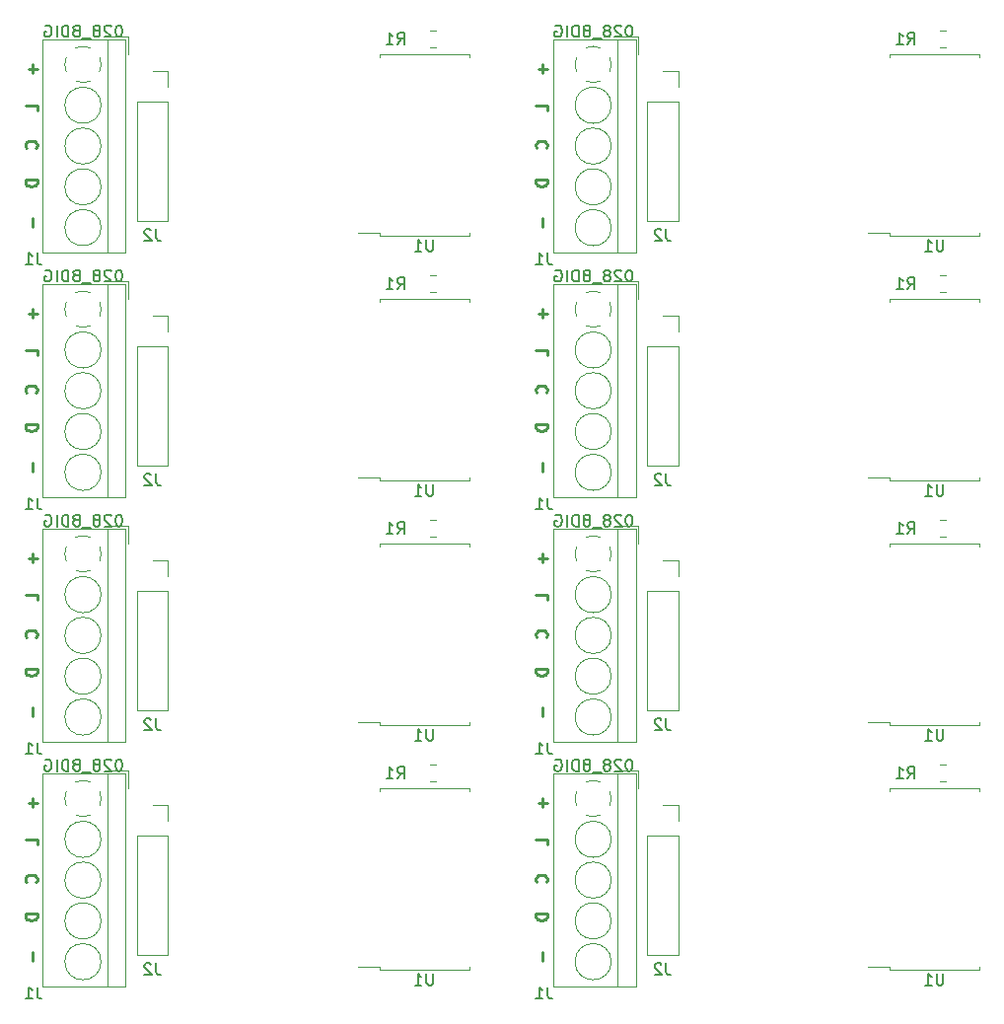
<source format=gbr>
G04 #@! TF.GenerationSoftware,KiCad,Pcbnew,5.1.5+dfsg1-2build2*
G04 #@! TF.CreationDate,2021-11-16T18:46:50-05:00*
G04 #@! TF.ProjectId,,58585858-5858-4585-9858-585858585858,rev?*
G04 #@! TF.SameCoordinates,Original*
G04 #@! TF.FileFunction,Legend,Bot*
G04 #@! TF.FilePolarity,Positive*
%FSLAX46Y46*%
G04 Gerber Fmt 4.6, Leading zero omitted, Abs format (unit mm)*
G04 Created by KiCad (PCBNEW 5.1.5+dfsg1-2build2) date 2021-11-16 18:46:50*
%MOMM*%
%LPD*%
G04 APERTURE LIST*
%ADD10C,0.150000*%
%ADD11C,0.250000*%
%ADD12C,0.120000*%
G04 APERTURE END LIST*
D10*
X157982138Y-109480480D02*
X157886900Y-109480480D01*
X157791661Y-109528100D01*
X157744042Y-109575719D01*
X157696423Y-109670957D01*
X157648804Y-109861433D01*
X157648804Y-110099528D01*
X157696423Y-110290004D01*
X157744042Y-110385242D01*
X157791661Y-110432861D01*
X157886900Y-110480480D01*
X157982138Y-110480480D01*
X158077376Y-110432861D01*
X158124995Y-110385242D01*
X158172614Y-110290004D01*
X158220233Y-110099528D01*
X158220233Y-109861433D01*
X158172614Y-109670957D01*
X158124995Y-109575719D01*
X158077376Y-109528100D01*
X157982138Y-109480480D01*
X157267852Y-109575719D02*
X157220233Y-109528100D01*
X157124995Y-109480480D01*
X156886900Y-109480480D01*
X156791661Y-109528100D01*
X156744042Y-109575719D01*
X156696423Y-109670957D01*
X156696423Y-109766195D01*
X156744042Y-109909052D01*
X157315471Y-110480480D01*
X156696423Y-110480480D01*
X156124995Y-109909052D02*
X156220233Y-109861433D01*
X156267852Y-109813814D01*
X156315471Y-109718576D01*
X156315471Y-109670957D01*
X156267852Y-109575719D01*
X156220233Y-109528100D01*
X156124995Y-109480480D01*
X155934519Y-109480480D01*
X155839280Y-109528100D01*
X155791661Y-109575719D01*
X155744042Y-109670957D01*
X155744042Y-109718576D01*
X155791661Y-109813814D01*
X155839280Y-109861433D01*
X155934519Y-109909052D01*
X156124995Y-109909052D01*
X156220233Y-109956671D01*
X156267852Y-110004290D01*
X156315471Y-110099528D01*
X156315471Y-110290004D01*
X156267852Y-110385242D01*
X156220233Y-110432861D01*
X156124995Y-110480480D01*
X155934519Y-110480480D01*
X155839280Y-110432861D01*
X155791661Y-110385242D01*
X155744042Y-110290004D01*
X155744042Y-110099528D01*
X155791661Y-110004290D01*
X155839280Y-109956671D01*
X155934519Y-109909052D01*
X155553566Y-110575719D02*
X154791661Y-110575719D01*
X154410709Y-109909052D02*
X154505947Y-109861433D01*
X154553566Y-109813814D01*
X154601185Y-109718576D01*
X154601185Y-109670957D01*
X154553566Y-109575719D01*
X154505947Y-109528100D01*
X154410709Y-109480480D01*
X154220233Y-109480480D01*
X154124995Y-109528100D01*
X154077376Y-109575719D01*
X154029757Y-109670957D01*
X154029757Y-109718576D01*
X154077376Y-109813814D01*
X154124995Y-109861433D01*
X154220233Y-109909052D01*
X154410709Y-109909052D01*
X154505947Y-109956671D01*
X154553566Y-110004290D01*
X154601185Y-110099528D01*
X154601185Y-110290004D01*
X154553566Y-110385242D01*
X154505947Y-110432861D01*
X154410709Y-110480480D01*
X154220233Y-110480480D01*
X154124995Y-110432861D01*
X154077376Y-110385242D01*
X154029757Y-110290004D01*
X154029757Y-110099528D01*
X154077376Y-110004290D01*
X154124995Y-109956671D01*
X154220233Y-109909052D01*
X153601185Y-110480480D02*
X153601185Y-109480480D01*
X153363090Y-109480480D01*
X153220233Y-109528100D01*
X153124995Y-109623338D01*
X153077376Y-109718576D01*
X153029757Y-109909052D01*
X153029757Y-110051909D01*
X153077376Y-110242385D01*
X153124995Y-110337623D01*
X153220233Y-110432861D01*
X153363090Y-110480480D01*
X153601185Y-110480480D01*
X152601185Y-110480480D02*
X152601185Y-109480480D01*
X151601185Y-109528100D02*
X151696423Y-109480480D01*
X151839280Y-109480480D01*
X151982138Y-109528100D01*
X152077376Y-109623338D01*
X152124995Y-109718576D01*
X152172614Y-109909052D01*
X152172614Y-110051909D01*
X152124995Y-110242385D01*
X152077376Y-110337623D01*
X151982138Y-110432861D01*
X151839280Y-110480480D01*
X151744042Y-110480480D01*
X151601185Y-110432861D01*
X151553566Y-110385242D01*
X151553566Y-110051909D01*
X151744042Y-110051909D01*
X114182138Y-109480480D02*
X114086900Y-109480480D01*
X113991661Y-109528100D01*
X113944042Y-109575719D01*
X113896423Y-109670957D01*
X113848804Y-109861433D01*
X113848804Y-110099528D01*
X113896423Y-110290004D01*
X113944042Y-110385242D01*
X113991661Y-110432861D01*
X114086900Y-110480480D01*
X114182138Y-110480480D01*
X114277376Y-110432861D01*
X114324995Y-110385242D01*
X114372614Y-110290004D01*
X114420233Y-110099528D01*
X114420233Y-109861433D01*
X114372614Y-109670957D01*
X114324995Y-109575719D01*
X114277376Y-109528100D01*
X114182138Y-109480480D01*
X113467852Y-109575719D02*
X113420233Y-109528100D01*
X113324995Y-109480480D01*
X113086900Y-109480480D01*
X112991661Y-109528100D01*
X112944042Y-109575719D01*
X112896423Y-109670957D01*
X112896423Y-109766195D01*
X112944042Y-109909052D01*
X113515471Y-110480480D01*
X112896423Y-110480480D01*
X112324995Y-109909052D02*
X112420233Y-109861433D01*
X112467852Y-109813814D01*
X112515471Y-109718576D01*
X112515471Y-109670957D01*
X112467852Y-109575719D01*
X112420233Y-109528100D01*
X112324995Y-109480480D01*
X112134519Y-109480480D01*
X112039280Y-109528100D01*
X111991661Y-109575719D01*
X111944042Y-109670957D01*
X111944042Y-109718576D01*
X111991661Y-109813814D01*
X112039280Y-109861433D01*
X112134519Y-109909052D01*
X112324995Y-109909052D01*
X112420233Y-109956671D01*
X112467852Y-110004290D01*
X112515471Y-110099528D01*
X112515471Y-110290004D01*
X112467852Y-110385242D01*
X112420233Y-110432861D01*
X112324995Y-110480480D01*
X112134519Y-110480480D01*
X112039280Y-110432861D01*
X111991661Y-110385242D01*
X111944042Y-110290004D01*
X111944042Y-110099528D01*
X111991661Y-110004290D01*
X112039280Y-109956671D01*
X112134519Y-109909052D01*
X111753566Y-110575719D02*
X110991661Y-110575719D01*
X110610709Y-109909052D02*
X110705947Y-109861433D01*
X110753566Y-109813814D01*
X110801185Y-109718576D01*
X110801185Y-109670957D01*
X110753566Y-109575719D01*
X110705947Y-109528100D01*
X110610709Y-109480480D01*
X110420233Y-109480480D01*
X110324995Y-109528100D01*
X110277376Y-109575719D01*
X110229757Y-109670957D01*
X110229757Y-109718576D01*
X110277376Y-109813814D01*
X110324995Y-109861433D01*
X110420233Y-109909052D01*
X110610709Y-109909052D01*
X110705947Y-109956671D01*
X110753566Y-110004290D01*
X110801185Y-110099528D01*
X110801185Y-110290004D01*
X110753566Y-110385242D01*
X110705947Y-110432861D01*
X110610709Y-110480480D01*
X110420233Y-110480480D01*
X110324995Y-110432861D01*
X110277376Y-110385242D01*
X110229757Y-110290004D01*
X110229757Y-110099528D01*
X110277376Y-110004290D01*
X110324995Y-109956671D01*
X110420233Y-109909052D01*
X109801185Y-110480480D02*
X109801185Y-109480480D01*
X109563090Y-109480480D01*
X109420233Y-109528100D01*
X109324995Y-109623338D01*
X109277376Y-109718576D01*
X109229757Y-109909052D01*
X109229757Y-110051909D01*
X109277376Y-110242385D01*
X109324995Y-110337623D01*
X109420233Y-110432861D01*
X109563090Y-110480480D01*
X109801185Y-110480480D01*
X108801185Y-110480480D02*
X108801185Y-109480480D01*
X107801185Y-109528100D02*
X107896423Y-109480480D01*
X108039280Y-109480480D01*
X108182138Y-109528100D01*
X108277376Y-109623338D01*
X108324995Y-109718576D01*
X108372614Y-109909052D01*
X108372614Y-110051909D01*
X108324995Y-110242385D01*
X108277376Y-110337623D01*
X108182138Y-110432861D01*
X108039280Y-110480480D01*
X107944042Y-110480480D01*
X107801185Y-110432861D01*
X107753566Y-110385242D01*
X107753566Y-110051909D01*
X107944042Y-110051909D01*
X157982138Y-88480480D02*
X157886900Y-88480480D01*
X157791661Y-88528100D01*
X157744042Y-88575719D01*
X157696423Y-88670957D01*
X157648804Y-88861433D01*
X157648804Y-89099528D01*
X157696423Y-89290004D01*
X157744042Y-89385242D01*
X157791661Y-89432861D01*
X157886900Y-89480480D01*
X157982138Y-89480480D01*
X158077376Y-89432861D01*
X158124995Y-89385242D01*
X158172614Y-89290004D01*
X158220233Y-89099528D01*
X158220233Y-88861433D01*
X158172614Y-88670957D01*
X158124995Y-88575719D01*
X158077376Y-88528100D01*
X157982138Y-88480480D01*
X157267852Y-88575719D02*
X157220233Y-88528100D01*
X157124995Y-88480480D01*
X156886900Y-88480480D01*
X156791661Y-88528100D01*
X156744042Y-88575719D01*
X156696423Y-88670957D01*
X156696423Y-88766195D01*
X156744042Y-88909052D01*
X157315471Y-89480480D01*
X156696423Y-89480480D01*
X156124995Y-88909052D02*
X156220233Y-88861433D01*
X156267852Y-88813814D01*
X156315471Y-88718576D01*
X156315471Y-88670957D01*
X156267852Y-88575719D01*
X156220233Y-88528100D01*
X156124995Y-88480480D01*
X155934519Y-88480480D01*
X155839280Y-88528100D01*
X155791661Y-88575719D01*
X155744042Y-88670957D01*
X155744042Y-88718576D01*
X155791661Y-88813814D01*
X155839280Y-88861433D01*
X155934519Y-88909052D01*
X156124995Y-88909052D01*
X156220233Y-88956671D01*
X156267852Y-89004290D01*
X156315471Y-89099528D01*
X156315471Y-89290004D01*
X156267852Y-89385242D01*
X156220233Y-89432861D01*
X156124995Y-89480480D01*
X155934519Y-89480480D01*
X155839280Y-89432861D01*
X155791661Y-89385242D01*
X155744042Y-89290004D01*
X155744042Y-89099528D01*
X155791661Y-89004290D01*
X155839280Y-88956671D01*
X155934519Y-88909052D01*
X155553566Y-89575719D02*
X154791661Y-89575719D01*
X154410709Y-88909052D02*
X154505947Y-88861433D01*
X154553566Y-88813814D01*
X154601185Y-88718576D01*
X154601185Y-88670957D01*
X154553566Y-88575719D01*
X154505947Y-88528100D01*
X154410709Y-88480480D01*
X154220233Y-88480480D01*
X154124995Y-88528100D01*
X154077376Y-88575719D01*
X154029757Y-88670957D01*
X154029757Y-88718576D01*
X154077376Y-88813814D01*
X154124995Y-88861433D01*
X154220233Y-88909052D01*
X154410709Y-88909052D01*
X154505947Y-88956671D01*
X154553566Y-89004290D01*
X154601185Y-89099528D01*
X154601185Y-89290004D01*
X154553566Y-89385242D01*
X154505947Y-89432861D01*
X154410709Y-89480480D01*
X154220233Y-89480480D01*
X154124995Y-89432861D01*
X154077376Y-89385242D01*
X154029757Y-89290004D01*
X154029757Y-89099528D01*
X154077376Y-89004290D01*
X154124995Y-88956671D01*
X154220233Y-88909052D01*
X153601185Y-89480480D02*
X153601185Y-88480480D01*
X153363090Y-88480480D01*
X153220233Y-88528100D01*
X153124995Y-88623338D01*
X153077376Y-88718576D01*
X153029757Y-88909052D01*
X153029757Y-89051909D01*
X153077376Y-89242385D01*
X153124995Y-89337623D01*
X153220233Y-89432861D01*
X153363090Y-89480480D01*
X153601185Y-89480480D01*
X152601185Y-89480480D02*
X152601185Y-88480480D01*
X151601185Y-88528100D02*
X151696423Y-88480480D01*
X151839280Y-88480480D01*
X151982138Y-88528100D01*
X152077376Y-88623338D01*
X152124995Y-88718576D01*
X152172614Y-88909052D01*
X152172614Y-89051909D01*
X152124995Y-89242385D01*
X152077376Y-89337623D01*
X151982138Y-89432861D01*
X151839280Y-89480480D01*
X151744042Y-89480480D01*
X151601185Y-89432861D01*
X151553566Y-89385242D01*
X151553566Y-89051909D01*
X151744042Y-89051909D01*
X114182138Y-88480480D02*
X114086900Y-88480480D01*
X113991661Y-88528100D01*
X113944042Y-88575719D01*
X113896423Y-88670957D01*
X113848804Y-88861433D01*
X113848804Y-89099528D01*
X113896423Y-89290004D01*
X113944042Y-89385242D01*
X113991661Y-89432861D01*
X114086900Y-89480480D01*
X114182138Y-89480480D01*
X114277376Y-89432861D01*
X114324995Y-89385242D01*
X114372614Y-89290004D01*
X114420233Y-89099528D01*
X114420233Y-88861433D01*
X114372614Y-88670957D01*
X114324995Y-88575719D01*
X114277376Y-88528100D01*
X114182138Y-88480480D01*
X113467852Y-88575719D02*
X113420233Y-88528100D01*
X113324995Y-88480480D01*
X113086900Y-88480480D01*
X112991661Y-88528100D01*
X112944042Y-88575719D01*
X112896423Y-88670957D01*
X112896423Y-88766195D01*
X112944042Y-88909052D01*
X113515471Y-89480480D01*
X112896423Y-89480480D01*
X112324995Y-88909052D02*
X112420233Y-88861433D01*
X112467852Y-88813814D01*
X112515471Y-88718576D01*
X112515471Y-88670957D01*
X112467852Y-88575719D01*
X112420233Y-88528100D01*
X112324995Y-88480480D01*
X112134519Y-88480480D01*
X112039280Y-88528100D01*
X111991661Y-88575719D01*
X111944042Y-88670957D01*
X111944042Y-88718576D01*
X111991661Y-88813814D01*
X112039280Y-88861433D01*
X112134519Y-88909052D01*
X112324995Y-88909052D01*
X112420233Y-88956671D01*
X112467852Y-89004290D01*
X112515471Y-89099528D01*
X112515471Y-89290004D01*
X112467852Y-89385242D01*
X112420233Y-89432861D01*
X112324995Y-89480480D01*
X112134519Y-89480480D01*
X112039280Y-89432861D01*
X111991661Y-89385242D01*
X111944042Y-89290004D01*
X111944042Y-89099528D01*
X111991661Y-89004290D01*
X112039280Y-88956671D01*
X112134519Y-88909052D01*
X111753566Y-89575719D02*
X110991661Y-89575719D01*
X110610709Y-88909052D02*
X110705947Y-88861433D01*
X110753566Y-88813814D01*
X110801185Y-88718576D01*
X110801185Y-88670957D01*
X110753566Y-88575719D01*
X110705947Y-88528100D01*
X110610709Y-88480480D01*
X110420233Y-88480480D01*
X110324995Y-88528100D01*
X110277376Y-88575719D01*
X110229757Y-88670957D01*
X110229757Y-88718576D01*
X110277376Y-88813814D01*
X110324995Y-88861433D01*
X110420233Y-88909052D01*
X110610709Y-88909052D01*
X110705947Y-88956671D01*
X110753566Y-89004290D01*
X110801185Y-89099528D01*
X110801185Y-89290004D01*
X110753566Y-89385242D01*
X110705947Y-89432861D01*
X110610709Y-89480480D01*
X110420233Y-89480480D01*
X110324995Y-89432861D01*
X110277376Y-89385242D01*
X110229757Y-89290004D01*
X110229757Y-89099528D01*
X110277376Y-89004290D01*
X110324995Y-88956671D01*
X110420233Y-88909052D01*
X109801185Y-89480480D02*
X109801185Y-88480480D01*
X109563090Y-88480480D01*
X109420233Y-88528100D01*
X109324995Y-88623338D01*
X109277376Y-88718576D01*
X109229757Y-88909052D01*
X109229757Y-89051909D01*
X109277376Y-89242385D01*
X109324995Y-89337623D01*
X109420233Y-89432861D01*
X109563090Y-89480480D01*
X109801185Y-89480480D01*
X108801185Y-89480480D02*
X108801185Y-88480480D01*
X107801185Y-88528100D02*
X107896423Y-88480480D01*
X108039280Y-88480480D01*
X108182138Y-88528100D01*
X108277376Y-88623338D01*
X108324995Y-88718576D01*
X108372614Y-88909052D01*
X108372614Y-89051909D01*
X108324995Y-89242385D01*
X108277376Y-89337623D01*
X108182138Y-89432861D01*
X108039280Y-89480480D01*
X107944042Y-89480480D01*
X107801185Y-89432861D01*
X107753566Y-89385242D01*
X107753566Y-89051909D01*
X107944042Y-89051909D01*
X157982138Y-67480480D02*
X157886900Y-67480480D01*
X157791661Y-67528100D01*
X157744042Y-67575719D01*
X157696423Y-67670957D01*
X157648804Y-67861433D01*
X157648804Y-68099528D01*
X157696423Y-68290004D01*
X157744042Y-68385242D01*
X157791661Y-68432861D01*
X157886900Y-68480480D01*
X157982138Y-68480480D01*
X158077376Y-68432861D01*
X158124995Y-68385242D01*
X158172614Y-68290004D01*
X158220233Y-68099528D01*
X158220233Y-67861433D01*
X158172614Y-67670957D01*
X158124995Y-67575719D01*
X158077376Y-67528100D01*
X157982138Y-67480480D01*
X157267852Y-67575719D02*
X157220233Y-67528100D01*
X157124995Y-67480480D01*
X156886900Y-67480480D01*
X156791661Y-67528100D01*
X156744042Y-67575719D01*
X156696423Y-67670957D01*
X156696423Y-67766195D01*
X156744042Y-67909052D01*
X157315471Y-68480480D01*
X156696423Y-68480480D01*
X156124995Y-67909052D02*
X156220233Y-67861433D01*
X156267852Y-67813814D01*
X156315471Y-67718576D01*
X156315471Y-67670957D01*
X156267852Y-67575719D01*
X156220233Y-67528100D01*
X156124995Y-67480480D01*
X155934519Y-67480480D01*
X155839280Y-67528100D01*
X155791661Y-67575719D01*
X155744042Y-67670957D01*
X155744042Y-67718576D01*
X155791661Y-67813814D01*
X155839280Y-67861433D01*
X155934519Y-67909052D01*
X156124995Y-67909052D01*
X156220233Y-67956671D01*
X156267852Y-68004290D01*
X156315471Y-68099528D01*
X156315471Y-68290004D01*
X156267852Y-68385242D01*
X156220233Y-68432861D01*
X156124995Y-68480480D01*
X155934519Y-68480480D01*
X155839280Y-68432861D01*
X155791661Y-68385242D01*
X155744042Y-68290004D01*
X155744042Y-68099528D01*
X155791661Y-68004290D01*
X155839280Y-67956671D01*
X155934519Y-67909052D01*
X155553566Y-68575719D02*
X154791661Y-68575719D01*
X154410709Y-67909052D02*
X154505947Y-67861433D01*
X154553566Y-67813814D01*
X154601185Y-67718576D01*
X154601185Y-67670957D01*
X154553566Y-67575719D01*
X154505947Y-67528100D01*
X154410709Y-67480480D01*
X154220233Y-67480480D01*
X154124995Y-67528100D01*
X154077376Y-67575719D01*
X154029757Y-67670957D01*
X154029757Y-67718576D01*
X154077376Y-67813814D01*
X154124995Y-67861433D01*
X154220233Y-67909052D01*
X154410709Y-67909052D01*
X154505947Y-67956671D01*
X154553566Y-68004290D01*
X154601185Y-68099528D01*
X154601185Y-68290004D01*
X154553566Y-68385242D01*
X154505947Y-68432861D01*
X154410709Y-68480480D01*
X154220233Y-68480480D01*
X154124995Y-68432861D01*
X154077376Y-68385242D01*
X154029757Y-68290004D01*
X154029757Y-68099528D01*
X154077376Y-68004290D01*
X154124995Y-67956671D01*
X154220233Y-67909052D01*
X153601185Y-68480480D02*
X153601185Y-67480480D01*
X153363090Y-67480480D01*
X153220233Y-67528100D01*
X153124995Y-67623338D01*
X153077376Y-67718576D01*
X153029757Y-67909052D01*
X153029757Y-68051909D01*
X153077376Y-68242385D01*
X153124995Y-68337623D01*
X153220233Y-68432861D01*
X153363090Y-68480480D01*
X153601185Y-68480480D01*
X152601185Y-68480480D02*
X152601185Y-67480480D01*
X151601185Y-67528100D02*
X151696423Y-67480480D01*
X151839280Y-67480480D01*
X151982138Y-67528100D01*
X152077376Y-67623338D01*
X152124995Y-67718576D01*
X152172614Y-67909052D01*
X152172614Y-68051909D01*
X152124995Y-68242385D01*
X152077376Y-68337623D01*
X151982138Y-68432861D01*
X151839280Y-68480480D01*
X151744042Y-68480480D01*
X151601185Y-68432861D01*
X151553566Y-68385242D01*
X151553566Y-68051909D01*
X151744042Y-68051909D01*
X114182138Y-67480480D02*
X114086900Y-67480480D01*
X113991661Y-67528100D01*
X113944042Y-67575719D01*
X113896423Y-67670957D01*
X113848804Y-67861433D01*
X113848804Y-68099528D01*
X113896423Y-68290004D01*
X113944042Y-68385242D01*
X113991661Y-68432861D01*
X114086900Y-68480480D01*
X114182138Y-68480480D01*
X114277376Y-68432861D01*
X114324995Y-68385242D01*
X114372614Y-68290004D01*
X114420233Y-68099528D01*
X114420233Y-67861433D01*
X114372614Y-67670957D01*
X114324995Y-67575719D01*
X114277376Y-67528100D01*
X114182138Y-67480480D01*
X113467852Y-67575719D02*
X113420233Y-67528100D01*
X113324995Y-67480480D01*
X113086900Y-67480480D01*
X112991661Y-67528100D01*
X112944042Y-67575719D01*
X112896423Y-67670957D01*
X112896423Y-67766195D01*
X112944042Y-67909052D01*
X113515471Y-68480480D01*
X112896423Y-68480480D01*
X112324995Y-67909052D02*
X112420233Y-67861433D01*
X112467852Y-67813814D01*
X112515471Y-67718576D01*
X112515471Y-67670957D01*
X112467852Y-67575719D01*
X112420233Y-67528100D01*
X112324995Y-67480480D01*
X112134519Y-67480480D01*
X112039280Y-67528100D01*
X111991661Y-67575719D01*
X111944042Y-67670957D01*
X111944042Y-67718576D01*
X111991661Y-67813814D01*
X112039280Y-67861433D01*
X112134519Y-67909052D01*
X112324995Y-67909052D01*
X112420233Y-67956671D01*
X112467852Y-68004290D01*
X112515471Y-68099528D01*
X112515471Y-68290004D01*
X112467852Y-68385242D01*
X112420233Y-68432861D01*
X112324995Y-68480480D01*
X112134519Y-68480480D01*
X112039280Y-68432861D01*
X111991661Y-68385242D01*
X111944042Y-68290004D01*
X111944042Y-68099528D01*
X111991661Y-68004290D01*
X112039280Y-67956671D01*
X112134519Y-67909052D01*
X111753566Y-68575719D02*
X110991661Y-68575719D01*
X110610709Y-67909052D02*
X110705947Y-67861433D01*
X110753566Y-67813814D01*
X110801185Y-67718576D01*
X110801185Y-67670957D01*
X110753566Y-67575719D01*
X110705947Y-67528100D01*
X110610709Y-67480480D01*
X110420233Y-67480480D01*
X110324995Y-67528100D01*
X110277376Y-67575719D01*
X110229757Y-67670957D01*
X110229757Y-67718576D01*
X110277376Y-67813814D01*
X110324995Y-67861433D01*
X110420233Y-67909052D01*
X110610709Y-67909052D01*
X110705947Y-67956671D01*
X110753566Y-68004290D01*
X110801185Y-68099528D01*
X110801185Y-68290004D01*
X110753566Y-68385242D01*
X110705947Y-68432861D01*
X110610709Y-68480480D01*
X110420233Y-68480480D01*
X110324995Y-68432861D01*
X110277376Y-68385242D01*
X110229757Y-68290004D01*
X110229757Y-68099528D01*
X110277376Y-68004290D01*
X110324995Y-67956671D01*
X110420233Y-67909052D01*
X109801185Y-68480480D02*
X109801185Y-67480480D01*
X109563090Y-67480480D01*
X109420233Y-67528100D01*
X109324995Y-67623338D01*
X109277376Y-67718576D01*
X109229757Y-67909052D01*
X109229757Y-68051909D01*
X109277376Y-68242385D01*
X109324995Y-68337623D01*
X109420233Y-68432861D01*
X109563090Y-68480480D01*
X109801185Y-68480480D01*
X108801185Y-68480480D02*
X108801185Y-67480480D01*
X107801185Y-67528100D02*
X107896423Y-67480480D01*
X108039280Y-67480480D01*
X108182138Y-67528100D01*
X108277376Y-67623338D01*
X108324995Y-67718576D01*
X108372614Y-67909052D01*
X108372614Y-68051909D01*
X108324995Y-68242385D01*
X108277376Y-68337623D01*
X108182138Y-68432861D01*
X108039280Y-68480480D01*
X107944042Y-68480480D01*
X107801185Y-68432861D01*
X107753566Y-68385242D01*
X107753566Y-68051909D01*
X107944042Y-68051909D01*
X157982138Y-46480480D02*
X157886900Y-46480480D01*
X157791661Y-46528100D01*
X157744042Y-46575719D01*
X157696423Y-46670957D01*
X157648804Y-46861433D01*
X157648804Y-47099528D01*
X157696423Y-47290004D01*
X157744042Y-47385242D01*
X157791661Y-47432861D01*
X157886900Y-47480480D01*
X157982138Y-47480480D01*
X158077376Y-47432861D01*
X158124995Y-47385242D01*
X158172614Y-47290004D01*
X158220233Y-47099528D01*
X158220233Y-46861433D01*
X158172614Y-46670957D01*
X158124995Y-46575719D01*
X158077376Y-46528100D01*
X157982138Y-46480480D01*
X157267852Y-46575719D02*
X157220233Y-46528100D01*
X157124995Y-46480480D01*
X156886900Y-46480480D01*
X156791661Y-46528100D01*
X156744042Y-46575719D01*
X156696423Y-46670957D01*
X156696423Y-46766195D01*
X156744042Y-46909052D01*
X157315471Y-47480480D01*
X156696423Y-47480480D01*
X156124995Y-46909052D02*
X156220233Y-46861433D01*
X156267852Y-46813814D01*
X156315471Y-46718576D01*
X156315471Y-46670957D01*
X156267852Y-46575719D01*
X156220233Y-46528100D01*
X156124995Y-46480480D01*
X155934519Y-46480480D01*
X155839280Y-46528100D01*
X155791661Y-46575719D01*
X155744042Y-46670957D01*
X155744042Y-46718576D01*
X155791661Y-46813814D01*
X155839280Y-46861433D01*
X155934519Y-46909052D01*
X156124995Y-46909052D01*
X156220233Y-46956671D01*
X156267852Y-47004290D01*
X156315471Y-47099528D01*
X156315471Y-47290004D01*
X156267852Y-47385242D01*
X156220233Y-47432861D01*
X156124995Y-47480480D01*
X155934519Y-47480480D01*
X155839280Y-47432861D01*
X155791661Y-47385242D01*
X155744042Y-47290004D01*
X155744042Y-47099528D01*
X155791661Y-47004290D01*
X155839280Y-46956671D01*
X155934519Y-46909052D01*
X155553566Y-47575719D02*
X154791661Y-47575719D01*
X154410709Y-46909052D02*
X154505947Y-46861433D01*
X154553566Y-46813814D01*
X154601185Y-46718576D01*
X154601185Y-46670957D01*
X154553566Y-46575719D01*
X154505947Y-46528100D01*
X154410709Y-46480480D01*
X154220233Y-46480480D01*
X154124995Y-46528100D01*
X154077376Y-46575719D01*
X154029757Y-46670957D01*
X154029757Y-46718576D01*
X154077376Y-46813814D01*
X154124995Y-46861433D01*
X154220233Y-46909052D01*
X154410709Y-46909052D01*
X154505947Y-46956671D01*
X154553566Y-47004290D01*
X154601185Y-47099528D01*
X154601185Y-47290004D01*
X154553566Y-47385242D01*
X154505947Y-47432861D01*
X154410709Y-47480480D01*
X154220233Y-47480480D01*
X154124995Y-47432861D01*
X154077376Y-47385242D01*
X154029757Y-47290004D01*
X154029757Y-47099528D01*
X154077376Y-47004290D01*
X154124995Y-46956671D01*
X154220233Y-46909052D01*
X153601185Y-47480480D02*
X153601185Y-46480480D01*
X153363090Y-46480480D01*
X153220233Y-46528100D01*
X153124995Y-46623338D01*
X153077376Y-46718576D01*
X153029757Y-46909052D01*
X153029757Y-47051909D01*
X153077376Y-47242385D01*
X153124995Y-47337623D01*
X153220233Y-47432861D01*
X153363090Y-47480480D01*
X153601185Y-47480480D01*
X152601185Y-47480480D02*
X152601185Y-46480480D01*
X151601185Y-46528100D02*
X151696423Y-46480480D01*
X151839280Y-46480480D01*
X151982138Y-46528100D01*
X152077376Y-46623338D01*
X152124995Y-46718576D01*
X152172614Y-46909052D01*
X152172614Y-47051909D01*
X152124995Y-47242385D01*
X152077376Y-47337623D01*
X151982138Y-47432861D01*
X151839280Y-47480480D01*
X151744042Y-47480480D01*
X151601185Y-47432861D01*
X151553566Y-47385242D01*
X151553566Y-47051909D01*
X151744042Y-47051909D01*
D11*
X150526028Y-112818209D02*
X150526028Y-113580114D01*
X150906980Y-113199161D02*
X150145076Y-113199161D01*
X150906980Y-116818209D02*
X150906980Y-116342019D01*
X149906980Y-116342019D01*
X150811742Y-120008685D02*
X150859361Y-119961066D01*
X150906980Y-119818209D01*
X150906980Y-119722971D01*
X150859361Y-119580114D01*
X150764123Y-119484876D01*
X150668885Y-119437257D01*
X150478409Y-119389638D01*
X150335552Y-119389638D01*
X150145076Y-119437257D01*
X150049838Y-119484876D01*
X149954600Y-119580114D01*
X149906980Y-119722971D01*
X149906980Y-119818209D01*
X149954600Y-119961066D01*
X150002219Y-120008685D01*
X150906980Y-122722971D02*
X149906980Y-122722971D01*
X149906980Y-122961066D01*
X149954600Y-123103923D01*
X150049838Y-123199161D01*
X150145076Y-123246780D01*
X150335552Y-123294399D01*
X150478409Y-123294399D01*
X150668885Y-123246780D01*
X150764123Y-123199161D01*
X150859361Y-123103923D01*
X150906980Y-122961066D01*
X150906980Y-122722971D01*
X150526028Y-126008685D02*
X150526028Y-126770590D01*
X106726028Y-112818209D02*
X106726028Y-113580114D01*
X107106980Y-113199161D02*
X106345076Y-113199161D01*
X107106980Y-116818209D02*
X107106980Y-116342019D01*
X106106980Y-116342019D01*
X107011742Y-120008685D02*
X107059361Y-119961066D01*
X107106980Y-119818209D01*
X107106980Y-119722971D01*
X107059361Y-119580114D01*
X106964123Y-119484876D01*
X106868885Y-119437257D01*
X106678409Y-119389638D01*
X106535552Y-119389638D01*
X106345076Y-119437257D01*
X106249838Y-119484876D01*
X106154600Y-119580114D01*
X106106980Y-119722971D01*
X106106980Y-119818209D01*
X106154600Y-119961066D01*
X106202219Y-120008685D01*
X107106980Y-122722971D02*
X106106980Y-122722971D01*
X106106980Y-122961066D01*
X106154600Y-123103923D01*
X106249838Y-123199161D01*
X106345076Y-123246780D01*
X106535552Y-123294400D01*
X106678409Y-123294400D01*
X106868885Y-123246780D01*
X106964123Y-123199161D01*
X107059361Y-123103923D01*
X107106980Y-122961066D01*
X107106980Y-122722971D01*
X106726028Y-126008685D02*
X106726028Y-126770590D01*
X150526028Y-91818209D02*
X150526028Y-92580114D01*
X150906980Y-92199161D02*
X150145076Y-92199161D01*
X150906980Y-95818209D02*
X150906980Y-95342019D01*
X149906980Y-95342019D01*
X150811742Y-99008685D02*
X150859361Y-98961066D01*
X150906980Y-98818209D01*
X150906980Y-98722971D01*
X150859361Y-98580114D01*
X150764123Y-98484876D01*
X150668885Y-98437257D01*
X150478409Y-98389638D01*
X150335552Y-98389638D01*
X150145076Y-98437257D01*
X150049838Y-98484876D01*
X149954600Y-98580114D01*
X149906980Y-98722971D01*
X149906980Y-98818209D01*
X149954600Y-98961066D01*
X150002219Y-99008685D01*
X150906980Y-101722971D02*
X149906980Y-101722971D01*
X149906980Y-101961066D01*
X149954600Y-102103923D01*
X150049838Y-102199161D01*
X150145076Y-102246780D01*
X150335552Y-102294399D01*
X150478409Y-102294399D01*
X150668885Y-102246780D01*
X150764123Y-102199161D01*
X150859361Y-102103923D01*
X150906980Y-101961066D01*
X150906980Y-101722971D01*
X150526028Y-105008685D02*
X150526028Y-105770590D01*
X106726028Y-91818209D02*
X106726028Y-92580114D01*
X107106980Y-92199161D02*
X106345076Y-92199161D01*
X107106980Y-95818209D02*
X107106980Y-95342019D01*
X106106980Y-95342019D01*
X107011742Y-99008685D02*
X107059361Y-98961066D01*
X107106980Y-98818209D01*
X107106980Y-98722971D01*
X107059361Y-98580114D01*
X106964123Y-98484876D01*
X106868885Y-98437257D01*
X106678409Y-98389638D01*
X106535552Y-98389638D01*
X106345076Y-98437257D01*
X106249838Y-98484876D01*
X106154600Y-98580114D01*
X106106980Y-98722971D01*
X106106980Y-98818209D01*
X106154600Y-98961066D01*
X106202219Y-99008685D01*
X107106980Y-101722971D02*
X106106980Y-101722971D01*
X106106980Y-101961066D01*
X106154600Y-102103923D01*
X106249838Y-102199161D01*
X106345076Y-102246780D01*
X106535552Y-102294400D01*
X106678409Y-102294400D01*
X106868885Y-102246780D01*
X106964123Y-102199161D01*
X107059361Y-102103923D01*
X107106980Y-101961066D01*
X107106980Y-101722971D01*
X106726028Y-105008685D02*
X106726028Y-105770590D01*
X150526028Y-70818209D02*
X150526028Y-71580114D01*
X150906980Y-71199161D02*
X150145076Y-71199161D01*
X150906980Y-74818209D02*
X150906980Y-74342019D01*
X149906980Y-74342019D01*
X150811742Y-78008685D02*
X150859361Y-77961066D01*
X150906980Y-77818209D01*
X150906980Y-77722971D01*
X150859361Y-77580114D01*
X150764123Y-77484876D01*
X150668885Y-77437257D01*
X150478409Y-77389638D01*
X150335552Y-77389638D01*
X150145076Y-77437257D01*
X150049838Y-77484876D01*
X149954600Y-77580114D01*
X149906980Y-77722971D01*
X149906980Y-77818209D01*
X149954600Y-77961066D01*
X150002219Y-78008685D01*
X150906980Y-80722971D02*
X149906980Y-80722971D01*
X149906980Y-80961066D01*
X149954600Y-81103923D01*
X150049838Y-81199161D01*
X150145076Y-81246780D01*
X150335552Y-81294399D01*
X150478409Y-81294399D01*
X150668885Y-81246780D01*
X150764123Y-81199161D01*
X150859361Y-81103923D01*
X150906980Y-80961066D01*
X150906980Y-80722971D01*
X150526028Y-84008685D02*
X150526028Y-84770590D01*
X106726028Y-70818209D02*
X106726028Y-71580114D01*
X107106980Y-71199161D02*
X106345076Y-71199161D01*
X107106980Y-74818209D02*
X107106980Y-74342019D01*
X106106980Y-74342019D01*
X107011742Y-78008685D02*
X107059361Y-77961066D01*
X107106980Y-77818209D01*
X107106980Y-77722971D01*
X107059361Y-77580114D01*
X106964123Y-77484876D01*
X106868885Y-77437257D01*
X106678409Y-77389638D01*
X106535552Y-77389638D01*
X106345076Y-77437257D01*
X106249838Y-77484876D01*
X106154600Y-77580114D01*
X106106980Y-77722971D01*
X106106980Y-77818209D01*
X106154600Y-77961066D01*
X106202219Y-78008685D01*
X107106980Y-80722971D02*
X106106980Y-80722971D01*
X106106980Y-80961066D01*
X106154600Y-81103923D01*
X106249838Y-81199161D01*
X106345076Y-81246780D01*
X106535552Y-81294400D01*
X106678409Y-81294400D01*
X106868885Y-81246780D01*
X106964123Y-81199161D01*
X107059361Y-81103923D01*
X107106980Y-80961066D01*
X107106980Y-80722971D01*
X106726028Y-84008685D02*
X106726028Y-84770590D01*
X150526028Y-49818209D02*
X150526028Y-50580114D01*
X150906980Y-50199161D02*
X150145076Y-50199161D01*
X150906980Y-53818209D02*
X150906980Y-53342019D01*
X149906980Y-53342019D01*
X150811742Y-57008685D02*
X150859361Y-56961066D01*
X150906980Y-56818209D01*
X150906980Y-56722971D01*
X150859361Y-56580114D01*
X150764123Y-56484876D01*
X150668885Y-56437257D01*
X150478409Y-56389638D01*
X150335552Y-56389638D01*
X150145076Y-56437257D01*
X150049838Y-56484876D01*
X149954600Y-56580114D01*
X149906980Y-56722971D01*
X149906980Y-56818209D01*
X149954600Y-56961066D01*
X150002219Y-57008685D01*
X150906980Y-59722971D02*
X149906980Y-59722971D01*
X149906980Y-59961066D01*
X149954600Y-60103923D01*
X150049838Y-60199161D01*
X150145076Y-60246780D01*
X150335552Y-60294399D01*
X150478409Y-60294399D01*
X150668885Y-60246780D01*
X150764123Y-60199161D01*
X150859361Y-60103923D01*
X150906980Y-59961066D01*
X150906980Y-59722971D01*
X150526028Y-63008685D02*
X150526028Y-63770590D01*
X106726028Y-49818209D02*
X106726028Y-50580114D01*
X107106980Y-50199161D02*
X106345076Y-50199161D01*
X107106980Y-53818209D02*
X107106980Y-53342019D01*
X106106980Y-53342019D01*
X107011742Y-57008685D02*
X107059361Y-56961066D01*
X107106980Y-56818209D01*
X107106980Y-56722971D01*
X107059361Y-56580114D01*
X106964123Y-56484876D01*
X106868885Y-56437257D01*
X106678409Y-56389638D01*
X106535552Y-56389638D01*
X106345076Y-56437257D01*
X106249838Y-56484876D01*
X106154600Y-56580114D01*
X106106980Y-56722971D01*
X106106980Y-56818209D01*
X106154600Y-56961066D01*
X106202219Y-57008685D01*
X107106980Y-59722971D02*
X106106980Y-59722971D01*
X106106980Y-59961066D01*
X106154600Y-60103923D01*
X106249838Y-60199161D01*
X106345076Y-60246780D01*
X106535552Y-60294400D01*
X106678409Y-60294400D01*
X106868885Y-60246780D01*
X106964123Y-60199161D01*
X107059361Y-60103923D01*
X107106980Y-59961066D01*
X107106980Y-59722971D01*
X106726028Y-63008685D02*
X106726028Y-63770590D01*
D10*
X114182138Y-46480480D02*
X114086900Y-46480480D01*
X113991661Y-46528100D01*
X113944042Y-46575719D01*
X113896423Y-46670957D01*
X113848804Y-46861433D01*
X113848804Y-47099528D01*
X113896423Y-47290004D01*
X113944042Y-47385242D01*
X113991661Y-47432861D01*
X114086900Y-47480480D01*
X114182138Y-47480480D01*
X114277376Y-47432861D01*
X114324995Y-47385242D01*
X114372614Y-47290004D01*
X114420233Y-47099528D01*
X114420233Y-46861433D01*
X114372614Y-46670957D01*
X114324995Y-46575719D01*
X114277376Y-46528100D01*
X114182138Y-46480480D01*
X113467852Y-46575719D02*
X113420233Y-46528100D01*
X113324995Y-46480480D01*
X113086900Y-46480480D01*
X112991661Y-46528100D01*
X112944042Y-46575719D01*
X112896423Y-46670957D01*
X112896423Y-46766195D01*
X112944042Y-46909052D01*
X113515471Y-47480480D01*
X112896423Y-47480480D01*
X112324995Y-46909052D02*
X112420233Y-46861433D01*
X112467852Y-46813814D01*
X112515471Y-46718576D01*
X112515471Y-46670957D01*
X112467852Y-46575719D01*
X112420233Y-46528100D01*
X112324995Y-46480480D01*
X112134519Y-46480480D01*
X112039280Y-46528100D01*
X111991661Y-46575719D01*
X111944042Y-46670957D01*
X111944042Y-46718576D01*
X111991661Y-46813814D01*
X112039280Y-46861433D01*
X112134519Y-46909052D01*
X112324995Y-46909052D01*
X112420233Y-46956671D01*
X112467852Y-47004290D01*
X112515471Y-47099528D01*
X112515471Y-47290004D01*
X112467852Y-47385242D01*
X112420233Y-47432861D01*
X112324995Y-47480480D01*
X112134519Y-47480480D01*
X112039280Y-47432861D01*
X111991661Y-47385242D01*
X111944042Y-47290004D01*
X111944042Y-47099528D01*
X111991661Y-47004290D01*
X112039280Y-46956671D01*
X112134519Y-46909052D01*
X111753566Y-47575719D02*
X110991661Y-47575719D01*
X110610709Y-46909052D02*
X110705947Y-46861433D01*
X110753566Y-46813814D01*
X110801185Y-46718576D01*
X110801185Y-46670957D01*
X110753566Y-46575719D01*
X110705947Y-46528100D01*
X110610709Y-46480480D01*
X110420233Y-46480480D01*
X110324995Y-46528100D01*
X110277376Y-46575719D01*
X110229757Y-46670957D01*
X110229757Y-46718576D01*
X110277376Y-46813814D01*
X110324995Y-46861433D01*
X110420233Y-46909052D01*
X110610709Y-46909052D01*
X110705947Y-46956671D01*
X110753566Y-47004290D01*
X110801185Y-47099528D01*
X110801185Y-47290004D01*
X110753566Y-47385242D01*
X110705947Y-47432861D01*
X110610709Y-47480480D01*
X110420233Y-47480480D01*
X110324995Y-47432861D01*
X110277376Y-47385242D01*
X110229757Y-47290004D01*
X110229757Y-47099528D01*
X110277376Y-47004290D01*
X110324995Y-46956671D01*
X110420233Y-46909052D01*
X109801185Y-47480480D02*
X109801185Y-46480480D01*
X109563090Y-46480480D01*
X109420233Y-46528100D01*
X109324995Y-46623338D01*
X109277376Y-46718576D01*
X109229757Y-46909052D01*
X109229757Y-47051909D01*
X109277376Y-47242385D01*
X109324995Y-47337623D01*
X109420233Y-47432861D01*
X109563090Y-47480480D01*
X109801185Y-47480480D01*
X108801185Y-47480480D02*
X108801185Y-46480480D01*
X107801185Y-46528100D02*
X107896423Y-46480480D01*
X108039280Y-46480480D01*
X108182138Y-46528100D01*
X108277376Y-46623338D01*
X108324995Y-46718576D01*
X108372614Y-46909052D01*
X108372614Y-47051909D01*
X108324995Y-47242385D01*
X108277376Y-47337623D01*
X108182138Y-47432861D01*
X108039280Y-47480480D01*
X107944042Y-47480480D01*
X107801185Y-47432861D01*
X107753566Y-47385242D01*
X107753566Y-47051909D01*
X107944042Y-47051909D01*
D12*
X184147500Y-111946500D02*
X188007500Y-111946500D01*
X188007500Y-111946500D02*
X188007500Y-112211500D01*
X184147500Y-111946500D02*
X180287500Y-111946500D01*
X180287500Y-111946500D02*
X180287500Y-112211500D01*
X184147500Y-127566500D02*
X188007500Y-127566500D01*
X188007500Y-127566500D02*
X188007500Y-127301500D01*
X184147500Y-127566500D02*
X180287500Y-127566500D01*
X180287500Y-127566500D02*
X180287500Y-127301500D01*
X180287500Y-127301500D02*
X178472500Y-127301500D01*
X140347500Y-111946500D02*
X144207500Y-111946500D01*
X144207500Y-111946500D02*
X144207500Y-112211500D01*
X140347500Y-111946500D02*
X136487500Y-111946500D01*
X136487500Y-111946500D02*
X136487500Y-112211500D01*
X140347500Y-127566500D02*
X144207500Y-127566500D01*
X144207500Y-127566500D02*
X144207500Y-127301500D01*
X140347500Y-127566500D02*
X136487500Y-127566500D01*
X136487500Y-127566500D02*
X136487500Y-127301500D01*
X136487500Y-127301500D02*
X134672500Y-127301500D01*
X184147500Y-90946500D02*
X188007500Y-90946500D01*
X188007500Y-90946500D02*
X188007500Y-91211500D01*
X184147500Y-90946500D02*
X180287500Y-90946500D01*
X180287500Y-90946500D02*
X180287500Y-91211500D01*
X184147500Y-106566500D02*
X188007500Y-106566500D01*
X188007500Y-106566500D02*
X188007500Y-106301500D01*
X184147500Y-106566500D02*
X180287500Y-106566500D01*
X180287500Y-106566500D02*
X180287500Y-106301500D01*
X180287500Y-106301500D02*
X178472500Y-106301500D01*
X140347500Y-90946500D02*
X144207500Y-90946500D01*
X144207500Y-90946500D02*
X144207500Y-91211500D01*
X140347500Y-90946500D02*
X136487500Y-90946500D01*
X136487500Y-90946500D02*
X136487500Y-91211500D01*
X140347500Y-106566500D02*
X144207500Y-106566500D01*
X144207500Y-106566500D02*
X144207500Y-106301500D01*
X140347500Y-106566500D02*
X136487500Y-106566500D01*
X136487500Y-106566500D02*
X136487500Y-106301500D01*
X136487500Y-106301500D02*
X134672500Y-106301500D01*
X184147500Y-69946500D02*
X188007500Y-69946500D01*
X188007500Y-69946500D02*
X188007500Y-70211500D01*
X184147500Y-69946500D02*
X180287500Y-69946500D01*
X180287500Y-69946500D02*
X180287500Y-70211500D01*
X184147500Y-85566500D02*
X188007500Y-85566500D01*
X188007500Y-85566500D02*
X188007500Y-85301500D01*
X184147500Y-85566500D02*
X180287500Y-85566500D01*
X180287500Y-85566500D02*
X180287500Y-85301500D01*
X180287500Y-85301500D02*
X178472500Y-85301500D01*
X140347500Y-69946500D02*
X144207500Y-69946500D01*
X144207500Y-69946500D02*
X144207500Y-70211500D01*
X140347500Y-69946500D02*
X136487500Y-69946500D01*
X136487500Y-69946500D02*
X136487500Y-70211500D01*
X140347500Y-85566500D02*
X144207500Y-85566500D01*
X144207500Y-85566500D02*
X144207500Y-85301500D01*
X140347500Y-85566500D02*
X136487500Y-85566500D01*
X136487500Y-85566500D02*
X136487500Y-85301500D01*
X136487500Y-85301500D02*
X134672500Y-85301500D01*
X184147500Y-48946500D02*
X188007500Y-48946500D01*
X188007500Y-48946500D02*
X188007500Y-49211500D01*
X184147500Y-48946500D02*
X180287500Y-48946500D01*
X180287500Y-48946500D02*
X180287500Y-49211500D01*
X184147500Y-64566500D02*
X188007500Y-64566500D01*
X188007500Y-64566500D02*
X188007500Y-64301500D01*
X184147500Y-64566500D02*
X180287500Y-64566500D01*
X180287500Y-64566500D02*
X180287500Y-64301500D01*
X180287500Y-64301500D02*
X178472500Y-64301500D01*
X184623248Y-111334500D02*
X185145752Y-111334500D01*
X184623248Y-109914500D02*
X185145752Y-109914500D01*
X140823248Y-111334500D02*
X141345752Y-111334500D01*
X140823248Y-109914500D02*
X141345752Y-109914500D01*
X184623248Y-90334500D02*
X185145752Y-90334500D01*
X184623248Y-88914500D02*
X185145752Y-88914500D01*
X140823248Y-90334500D02*
X141345752Y-90334500D01*
X140823248Y-88914500D02*
X141345752Y-88914500D01*
X184623248Y-69334500D02*
X185145752Y-69334500D01*
X184623248Y-67914500D02*
X185145752Y-67914500D01*
X140823248Y-69334500D02*
X141345752Y-69334500D01*
X140823248Y-67914500D02*
X141345752Y-67914500D01*
X184623248Y-48334500D02*
X185145752Y-48334500D01*
X184623248Y-46914500D02*
X185145752Y-46914500D01*
X156279885Y-113450087D02*
G75*
G03X156403500Y-112842500I-1431385J607587D01*
G01*
X154240758Y-114274609D02*
G75*
G03X155456500Y-114274500I607742J1432109D01*
G01*
X153416391Y-112234758D02*
G75*
G03X153416500Y-113450500I1432109J-607742D01*
G01*
X155456242Y-111410391D02*
G75*
G03X154240500Y-111410500I-607742J-1432109D01*
G01*
X156403992Y-112869511D02*
G75*
G03X156280500Y-112234500I-1555492J27011D01*
G01*
X156403500Y-116342500D02*
G75*
G03X156403500Y-116342500I-1555000J0D01*
G01*
X156403500Y-119842500D02*
G75*
G03X156403500Y-119842500I-1555000J0D01*
G01*
X156403500Y-123342500D02*
G75*
G03X156403500Y-123342500I-1555000J0D01*
G01*
X156403500Y-126842500D02*
G75*
G03X156403500Y-126842500I-1555000J0D01*
G01*
X156948500Y-110682500D02*
X156948500Y-129002500D01*
X151388500Y-110682500D02*
X151388500Y-129002500D01*
X158508500Y-110682500D02*
X158508500Y-129002500D01*
X151388500Y-110682500D02*
X158508500Y-110682500D01*
X151388500Y-129002500D02*
X158508500Y-129002500D01*
X157008500Y-110442500D02*
X158748500Y-110442500D01*
X158748500Y-110442500D02*
X158748500Y-111942500D01*
X112479885Y-113450087D02*
G75*
G03X112603500Y-112842500I-1431385J607587D01*
G01*
X110440758Y-114274609D02*
G75*
G03X111656500Y-114274500I607742J1432109D01*
G01*
X109616391Y-112234758D02*
G75*
G03X109616500Y-113450500I1432109J-607742D01*
G01*
X111656242Y-111410391D02*
G75*
G03X110440500Y-111410500I-607742J-1432109D01*
G01*
X112603992Y-112869511D02*
G75*
G03X112480500Y-112234500I-1555492J27011D01*
G01*
X112603500Y-116342500D02*
G75*
G03X112603500Y-116342500I-1555000J0D01*
G01*
X112603500Y-119842500D02*
G75*
G03X112603500Y-119842500I-1555000J0D01*
G01*
X112603500Y-123342500D02*
G75*
G03X112603500Y-123342500I-1555000J0D01*
G01*
X112603500Y-126842500D02*
G75*
G03X112603500Y-126842500I-1555000J0D01*
G01*
X113148500Y-110682500D02*
X113148500Y-129002500D01*
X107588500Y-110682500D02*
X107588500Y-129002500D01*
X114708500Y-110682500D02*
X114708500Y-129002500D01*
X107588500Y-110682500D02*
X114708500Y-110682500D01*
X107588500Y-129002500D02*
X114708500Y-129002500D01*
X113208500Y-110442500D02*
X114948500Y-110442500D01*
X114948500Y-110442500D02*
X114948500Y-111942500D01*
X156279885Y-92450087D02*
G75*
G03X156403500Y-91842500I-1431385J607587D01*
G01*
X154240758Y-93274609D02*
G75*
G03X155456500Y-93274500I607742J1432109D01*
G01*
X153416391Y-91234758D02*
G75*
G03X153416500Y-92450500I1432109J-607742D01*
G01*
X155456242Y-90410391D02*
G75*
G03X154240500Y-90410500I-607742J-1432109D01*
G01*
X156403992Y-91869511D02*
G75*
G03X156280500Y-91234500I-1555492J27011D01*
G01*
X156403500Y-95342500D02*
G75*
G03X156403500Y-95342500I-1555000J0D01*
G01*
X156403500Y-98842500D02*
G75*
G03X156403500Y-98842500I-1555000J0D01*
G01*
X156403500Y-102342500D02*
G75*
G03X156403500Y-102342500I-1555000J0D01*
G01*
X156403500Y-105842500D02*
G75*
G03X156403500Y-105842500I-1555000J0D01*
G01*
X156948500Y-89682500D02*
X156948500Y-108002500D01*
X151388500Y-89682500D02*
X151388500Y-108002500D01*
X158508500Y-89682500D02*
X158508500Y-108002500D01*
X151388500Y-89682500D02*
X158508500Y-89682500D01*
X151388500Y-108002500D02*
X158508500Y-108002500D01*
X157008500Y-89442500D02*
X158748500Y-89442500D01*
X158748500Y-89442500D02*
X158748500Y-90942500D01*
X112479885Y-92450087D02*
G75*
G03X112603500Y-91842500I-1431385J607587D01*
G01*
X110440758Y-93274609D02*
G75*
G03X111656500Y-93274500I607742J1432109D01*
G01*
X109616391Y-91234758D02*
G75*
G03X109616500Y-92450500I1432109J-607742D01*
G01*
X111656242Y-90410391D02*
G75*
G03X110440500Y-90410500I-607742J-1432109D01*
G01*
X112603992Y-91869511D02*
G75*
G03X112480500Y-91234500I-1555492J27011D01*
G01*
X112603500Y-95342500D02*
G75*
G03X112603500Y-95342500I-1555000J0D01*
G01*
X112603500Y-98842500D02*
G75*
G03X112603500Y-98842500I-1555000J0D01*
G01*
X112603500Y-102342500D02*
G75*
G03X112603500Y-102342500I-1555000J0D01*
G01*
X112603500Y-105842500D02*
G75*
G03X112603500Y-105842500I-1555000J0D01*
G01*
X113148500Y-89682500D02*
X113148500Y-108002500D01*
X107588500Y-89682500D02*
X107588500Y-108002500D01*
X114708500Y-89682500D02*
X114708500Y-108002500D01*
X107588500Y-89682500D02*
X114708500Y-89682500D01*
X107588500Y-108002500D02*
X114708500Y-108002500D01*
X113208500Y-89442500D02*
X114948500Y-89442500D01*
X114948500Y-89442500D02*
X114948500Y-90942500D01*
X156279885Y-71450087D02*
G75*
G03X156403500Y-70842500I-1431385J607587D01*
G01*
X154240758Y-72274609D02*
G75*
G03X155456500Y-72274500I607742J1432109D01*
G01*
X153416391Y-70234758D02*
G75*
G03X153416500Y-71450500I1432109J-607742D01*
G01*
X155456242Y-69410391D02*
G75*
G03X154240500Y-69410500I-607742J-1432109D01*
G01*
X156403992Y-70869511D02*
G75*
G03X156280500Y-70234500I-1555492J27011D01*
G01*
X156403500Y-74342500D02*
G75*
G03X156403500Y-74342500I-1555000J0D01*
G01*
X156403500Y-77842500D02*
G75*
G03X156403500Y-77842500I-1555000J0D01*
G01*
X156403500Y-81342500D02*
G75*
G03X156403500Y-81342500I-1555000J0D01*
G01*
X156403500Y-84842500D02*
G75*
G03X156403500Y-84842500I-1555000J0D01*
G01*
X156948500Y-68682500D02*
X156948500Y-87002500D01*
X151388500Y-68682500D02*
X151388500Y-87002500D01*
X158508500Y-68682500D02*
X158508500Y-87002500D01*
X151388500Y-68682500D02*
X158508500Y-68682500D01*
X151388500Y-87002500D02*
X158508500Y-87002500D01*
X157008500Y-68442500D02*
X158748500Y-68442500D01*
X158748500Y-68442500D02*
X158748500Y-69942500D01*
X112479885Y-71450087D02*
G75*
G03X112603500Y-70842500I-1431385J607587D01*
G01*
X110440758Y-72274609D02*
G75*
G03X111656500Y-72274500I607742J1432109D01*
G01*
X109616391Y-70234758D02*
G75*
G03X109616500Y-71450500I1432109J-607742D01*
G01*
X111656242Y-69410391D02*
G75*
G03X110440500Y-69410500I-607742J-1432109D01*
G01*
X112603992Y-70869511D02*
G75*
G03X112480500Y-70234500I-1555492J27011D01*
G01*
X112603500Y-74342500D02*
G75*
G03X112603500Y-74342500I-1555000J0D01*
G01*
X112603500Y-77842500D02*
G75*
G03X112603500Y-77842500I-1555000J0D01*
G01*
X112603500Y-81342500D02*
G75*
G03X112603500Y-81342500I-1555000J0D01*
G01*
X112603500Y-84842500D02*
G75*
G03X112603500Y-84842500I-1555000J0D01*
G01*
X113148500Y-68682500D02*
X113148500Y-87002500D01*
X107588500Y-68682500D02*
X107588500Y-87002500D01*
X114708500Y-68682500D02*
X114708500Y-87002500D01*
X107588500Y-68682500D02*
X114708500Y-68682500D01*
X107588500Y-87002500D02*
X114708500Y-87002500D01*
X113208500Y-68442500D02*
X114948500Y-68442500D01*
X114948500Y-68442500D02*
X114948500Y-69942500D01*
X156279885Y-50450087D02*
G75*
G03X156403500Y-49842500I-1431385J607587D01*
G01*
X154240758Y-51274609D02*
G75*
G03X155456500Y-51274500I607742J1432109D01*
G01*
X153416391Y-49234758D02*
G75*
G03X153416500Y-50450500I1432109J-607742D01*
G01*
X155456242Y-48410391D02*
G75*
G03X154240500Y-48410500I-607742J-1432109D01*
G01*
X156403992Y-49869511D02*
G75*
G03X156280500Y-49234500I-1555492J27011D01*
G01*
X156403500Y-53342500D02*
G75*
G03X156403500Y-53342500I-1555000J0D01*
G01*
X156403500Y-56842500D02*
G75*
G03X156403500Y-56842500I-1555000J0D01*
G01*
X156403500Y-60342500D02*
G75*
G03X156403500Y-60342500I-1555000J0D01*
G01*
X156403500Y-63842500D02*
G75*
G03X156403500Y-63842500I-1555000J0D01*
G01*
X156948500Y-47682500D02*
X156948500Y-66002500D01*
X151388500Y-47682500D02*
X151388500Y-66002500D01*
X158508500Y-47682500D02*
X158508500Y-66002500D01*
X151388500Y-47682500D02*
X158508500Y-47682500D01*
X151388500Y-66002500D02*
X158508500Y-66002500D01*
X157008500Y-47442500D02*
X158748500Y-47442500D01*
X158748500Y-47442500D02*
X158748500Y-48942500D01*
X162160500Y-126252500D02*
X159500500Y-126252500D01*
X162160500Y-116032500D02*
X162160500Y-126252500D01*
X159500500Y-116032500D02*
X159500500Y-126252500D01*
X162160500Y-116032500D02*
X159500500Y-116032500D01*
X162160500Y-114762500D02*
X162160500Y-113432500D01*
X162160500Y-113432500D02*
X160830500Y-113432500D01*
X118360500Y-126252500D02*
X115700500Y-126252500D01*
X118360500Y-116032500D02*
X118360500Y-126252500D01*
X115700500Y-116032500D02*
X115700500Y-126252500D01*
X118360500Y-116032500D02*
X115700500Y-116032500D01*
X118360500Y-114762500D02*
X118360500Y-113432500D01*
X118360500Y-113432500D02*
X117030500Y-113432500D01*
X162160500Y-105252500D02*
X159500500Y-105252500D01*
X162160500Y-95032500D02*
X162160500Y-105252500D01*
X159500500Y-95032500D02*
X159500500Y-105252500D01*
X162160500Y-95032500D02*
X159500500Y-95032500D01*
X162160500Y-93762500D02*
X162160500Y-92432500D01*
X162160500Y-92432500D02*
X160830500Y-92432500D01*
X118360500Y-105252500D02*
X115700500Y-105252500D01*
X118360500Y-95032500D02*
X118360500Y-105252500D01*
X115700500Y-95032500D02*
X115700500Y-105252500D01*
X118360500Y-95032500D02*
X115700500Y-95032500D01*
X118360500Y-93762500D02*
X118360500Y-92432500D01*
X118360500Y-92432500D02*
X117030500Y-92432500D01*
X162160500Y-84252500D02*
X159500500Y-84252500D01*
X162160500Y-74032500D02*
X162160500Y-84252500D01*
X159500500Y-74032500D02*
X159500500Y-84252500D01*
X162160500Y-74032500D02*
X159500500Y-74032500D01*
X162160500Y-72762500D02*
X162160500Y-71432500D01*
X162160500Y-71432500D02*
X160830500Y-71432500D01*
X118360500Y-84252500D02*
X115700500Y-84252500D01*
X118360500Y-74032500D02*
X118360500Y-84252500D01*
X115700500Y-74032500D02*
X115700500Y-84252500D01*
X118360500Y-74032500D02*
X115700500Y-74032500D01*
X118360500Y-72762500D02*
X118360500Y-71432500D01*
X118360500Y-71432500D02*
X117030500Y-71432500D01*
X162160500Y-63252500D02*
X159500500Y-63252500D01*
X162160500Y-53032500D02*
X162160500Y-63252500D01*
X159500500Y-53032500D02*
X159500500Y-63252500D01*
X162160500Y-53032500D02*
X159500500Y-53032500D01*
X162160500Y-51762500D02*
X162160500Y-50432500D01*
X162160500Y-50432500D02*
X160830500Y-50432500D01*
X136487500Y-64301500D02*
X134672500Y-64301500D01*
X136487500Y-64566500D02*
X136487500Y-64301500D01*
X140347500Y-64566500D02*
X136487500Y-64566500D01*
X144207500Y-64566500D02*
X144207500Y-64301500D01*
X140347500Y-64566500D02*
X144207500Y-64566500D01*
X136487500Y-48946500D02*
X136487500Y-49211500D01*
X140347500Y-48946500D02*
X136487500Y-48946500D01*
X144207500Y-48946500D02*
X144207500Y-49211500D01*
X140347500Y-48946500D02*
X144207500Y-48946500D01*
X140823248Y-46914500D02*
X141345752Y-46914500D01*
X140823248Y-48334500D02*
X141345752Y-48334500D01*
X118360500Y-50432500D02*
X117030500Y-50432500D01*
X118360500Y-51762500D02*
X118360500Y-50432500D01*
X118360500Y-53032500D02*
X115700500Y-53032500D01*
X115700500Y-53032500D02*
X115700500Y-63252500D01*
X118360500Y-53032500D02*
X118360500Y-63252500D01*
X118360500Y-63252500D02*
X115700500Y-63252500D01*
X114948500Y-47442500D02*
X114948500Y-48942500D01*
X113208500Y-47442500D02*
X114948500Y-47442500D01*
X107588500Y-66002500D02*
X114708500Y-66002500D01*
X107588500Y-47682500D02*
X114708500Y-47682500D01*
X114708500Y-47682500D02*
X114708500Y-66002500D01*
X107588500Y-47682500D02*
X107588500Y-66002500D01*
X113148500Y-47682500D02*
X113148500Y-66002500D01*
X112603500Y-63842500D02*
G75*
G03X112603500Y-63842500I-1555000J0D01*
G01*
X112603500Y-60342500D02*
G75*
G03X112603500Y-60342500I-1555000J0D01*
G01*
X112603500Y-56842500D02*
G75*
G03X112603500Y-56842500I-1555000J0D01*
G01*
X112603500Y-53342500D02*
G75*
G03X112603500Y-53342500I-1555000J0D01*
G01*
X112603992Y-49869511D02*
G75*
G03X112480500Y-49234500I-1555492J27011D01*
G01*
X111656242Y-48410391D02*
G75*
G03X110440500Y-48410500I-607742J-1432109D01*
G01*
X109616391Y-49234758D02*
G75*
G03X109616500Y-50450500I1432109J-607742D01*
G01*
X110440758Y-51274609D02*
G75*
G03X111656500Y-51274500I607742J1432109D01*
G01*
X112479885Y-50450087D02*
G75*
G03X112603500Y-49842500I-1431385J607587D01*
G01*
D10*
X184909404Y-127858880D02*
X184909404Y-128668404D01*
X184861785Y-128763642D01*
X184814166Y-128811261D01*
X184718928Y-128858880D01*
X184528452Y-128858880D01*
X184433214Y-128811261D01*
X184385595Y-128763642D01*
X184337976Y-128668404D01*
X184337976Y-127858880D01*
X183337976Y-128858880D02*
X183909404Y-128858880D01*
X183623690Y-128858880D02*
X183623690Y-127858880D01*
X183718928Y-128001738D01*
X183814166Y-128096976D01*
X183909404Y-128144595D01*
X141109404Y-127858880D02*
X141109404Y-128668404D01*
X141061785Y-128763642D01*
X141014166Y-128811261D01*
X140918928Y-128858880D01*
X140728452Y-128858880D01*
X140633214Y-128811261D01*
X140585595Y-128763642D01*
X140537976Y-128668404D01*
X140537976Y-127858880D01*
X139537976Y-128858880D02*
X140109404Y-128858880D01*
X139823690Y-128858880D02*
X139823690Y-127858880D01*
X139918928Y-128001738D01*
X140014166Y-128096976D01*
X140109404Y-128144595D01*
X184909404Y-106858880D02*
X184909404Y-107668404D01*
X184861785Y-107763642D01*
X184814166Y-107811261D01*
X184718928Y-107858880D01*
X184528452Y-107858880D01*
X184433214Y-107811261D01*
X184385595Y-107763642D01*
X184337976Y-107668404D01*
X184337976Y-106858880D01*
X183337976Y-107858880D02*
X183909404Y-107858880D01*
X183623690Y-107858880D02*
X183623690Y-106858880D01*
X183718928Y-107001738D01*
X183814166Y-107096976D01*
X183909404Y-107144595D01*
X141109404Y-106858880D02*
X141109404Y-107668404D01*
X141061785Y-107763642D01*
X141014166Y-107811261D01*
X140918928Y-107858880D01*
X140728452Y-107858880D01*
X140633214Y-107811261D01*
X140585595Y-107763642D01*
X140537976Y-107668404D01*
X140537976Y-106858880D01*
X139537976Y-107858880D02*
X140109404Y-107858880D01*
X139823690Y-107858880D02*
X139823690Y-106858880D01*
X139918928Y-107001738D01*
X140014166Y-107096976D01*
X140109404Y-107144595D01*
X184909404Y-85858880D02*
X184909404Y-86668404D01*
X184861785Y-86763642D01*
X184814166Y-86811261D01*
X184718928Y-86858880D01*
X184528452Y-86858880D01*
X184433214Y-86811261D01*
X184385595Y-86763642D01*
X184337976Y-86668404D01*
X184337976Y-85858880D01*
X183337976Y-86858880D02*
X183909404Y-86858880D01*
X183623690Y-86858880D02*
X183623690Y-85858880D01*
X183718928Y-86001738D01*
X183814166Y-86096976D01*
X183909404Y-86144595D01*
X141109404Y-85858880D02*
X141109404Y-86668404D01*
X141061785Y-86763642D01*
X141014166Y-86811261D01*
X140918928Y-86858880D01*
X140728452Y-86858880D01*
X140633214Y-86811261D01*
X140585595Y-86763642D01*
X140537976Y-86668404D01*
X140537976Y-85858880D01*
X139537976Y-86858880D02*
X140109404Y-86858880D01*
X139823690Y-86858880D02*
X139823690Y-85858880D01*
X139918928Y-86001738D01*
X140014166Y-86096976D01*
X140109404Y-86144595D01*
X184909404Y-64858880D02*
X184909404Y-65668404D01*
X184861785Y-65763642D01*
X184814166Y-65811261D01*
X184718928Y-65858880D01*
X184528452Y-65858880D01*
X184433214Y-65811261D01*
X184385595Y-65763642D01*
X184337976Y-65668404D01*
X184337976Y-64858880D01*
X183337976Y-65858880D02*
X183909404Y-65858880D01*
X183623690Y-65858880D02*
X183623690Y-64858880D01*
X183718928Y-65001738D01*
X183814166Y-65096976D01*
X183909404Y-65144595D01*
X181837866Y-111128180D02*
X182171200Y-110651990D01*
X182409295Y-111128180D02*
X182409295Y-110128180D01*
X182028342Y-110128180D01*
X181933104Y-110175800D01*
X181885485Y-110223419D01*
X181837866Y-110318657D01*
X181837866Y-110461514D01*
X181885485Y-110556752D01*
X181933104Y-110604371D01*
X182028342Y-110651990D01*
X182409295Y-110651990D01*
X180885485Y-111128180D02*
X181456914Y-111128180D01*
X181171200Y-111128180D02*
X181171200Y-110128180D01*
X181266438Y-110271038D01*
X181361676Y-110366276D01*
X181456914Y-110413895D01*
X138037866Y-111128180D02*
X138371200Y-110651990D01*
X138609295Y-111128180D02*
X138609295Y-110128180D01*
X138228342Y-110128180D01*
X138133104Y-110175800D01*
X138085485Y-110223419D01*
X138037866Y-110318657D01*
X138037866Y-110461514D01*
X138085485Y-110556752D01*
X138133104Y-110604371D01*
X138228342Y-110651990D01*
X138609295Y-110651990D01*
X137085485Y-111128180D02*
X137656914Y-111128180D01*
X137371200Y-111128180D02*
X137371200Y-110128180D01*
X137466438Y-110271038D01*
X137561676Y-110366276D01*
X137656914Y-110413895D01*
X181837866Y-90128180D02*
X182171200Y-89651990D01*
X182409295Y-90128180D02*
X182409295Y-89128180D01*
X182028342Y-89128180D01*
X181933104Y-89175800D01*
X181885485Y-89223419D01*
X181837866Y-89318657D01*
X181837866Y-89461514D01*
X181885485Y-89556752D01*
X181933104Y-89604371D01*
X182028342Y-89651990D01*
X182409295Y-89651990D01*
X180885485Y-90128180D02*
X181456914Y-90128180D01*
X181171200Y-90128180D02*
X181171200Y-89128180D01*
X181266438Y-89271038D01*
X181361676Y-89366276D01*
X181456914Y-89413895D01*
X138037866Y-90128180D02*
X138371200Y-89651990D01*
X138609295Y-90128180D02*
X138609295Y-89128180D01*
X138228342Y-89128180D01*
X138133104Y-89175800D01*
X138085485Y-89223419D01*
X138037866Y-89318657D01*
X138037866Y-89461514D01*
X138085485Y-89556752D01*
X138133104Y-89604371D01*
X138228342Y-89651990D01*
X138609295Y-89651990D01*
X137085485Y-90128180D02*
X137656914Y-90128180D01*
X137371200Y-90128180D02*
X137371200Y-89128180D01*
X137466438Y-89271038D01*
X137561676Y-89366276D01*
X137656914Y-89413895D01*
X181837866Y-69128180D02*
X182171200Y-68651990D01*
X182409295Y-69128180D02*
X182409295Y-68128180D01*
X182028342Y-68128180D01*
X181933104Y-68175800D01*
X181885485Y-68223419D01*
X181837866Y-68318657D01*
X181837866Y-68461514D01*
X181885485Y-68556752D01*
X181933104Y-68604371D01*
X182028342Y-68651990D01*
X182409295Y-68651990D01*
X180885485Y-69128180D02*
X181456914Y-69128180D01*
X181171200Y-69128180D02*
X181171200Y-68128180D01*
X181266438Y-68271038D01*
X181361676Y-68366276D01*
X181456914Y-68413895D01*
X138037866Y-69128180D02*
X138371200Y-68651990D01*
X138609295Y-69128180D02*
X138609295Y-68128180D01*
X138228342Y-68128180D01*
X138133104Y-68175800D01*
X138085485Y-68223419D01*
X138037866Y-68318657D01*
X138037866Y-68461514D01*
X138085485Y-68556752D01*
X138133104Y-68604371D01*
X138228342Y-68651990D01*
X138609295Y-68651990D01*
X137085485Y-69128180D02*
X137656914Y-69128180D01*
X137371200Y-69128180D02*
X137371200Y-68128180D01*
X137466438Y-68271038D01*
X137561676Y-68366276D01*
X137656914Y-68413895D01*
X181837866Y-48128180D02*
X182171200Y-47651990D01*
X182409295Y-48128180D02*
X182409295Y-47128180D01*
X182028342Y-47128180D01*
X181933104Y-47175800D01*
X181885485Y-47223419D01*
X181837866Y-47318657D01*
X181837866Y-47461514D01*
X181885485Y-47556752D01*
X181933104Y-47604371D01*
X182028342Y-47651990D01*
X182409295Y-47651990D01*
X180885485Y-48128180D02*
X181456914Y-48128180D01*
X181171200Y-48128180D02*
X181171200Y-47128180D01*
X181266438Y-47271038D01*
X181361676Y-47366276D01*
X181456914Y-47413895D01*
X150940333Y-129025780D02*
X150940333Y-129740066D01*
X150987952Y-129882923D01*
X151083190Y-129978161D01*
X151226047Y-130025780D01*
X151321285Y-130025780D01*
X149940333Y-130025780D02*
X150511761Y-130025780D01*
X150226047Y-130025780D02*
X150226047Y-129025780D01*
X150321285Y-129168638D01*
X150416523Y-129263876D01*
X150511761Y-129311495D01*
X107140333Y-129025780D02*
X107140333Y-129740066D01*
X107187952Y-129882923D01*
X107283190Y-129978161D01*
X107426047Y-130025780D01*
X107521285Y-130025780D01*
X106140333Y-130025780D02*
X106711761Y-130025780D01*
X106426047Y-130025780D02*
X106426047Y-129025780D01*
X106521285Y-129168638D01*
X106616523Y-129263876D01*
X106711761Y-129311495D01*
X150940333Y-108025780D02*
X150940333Y-108740066D01*
X150987952Y-108882923D01*
X151083190Y-108978161D01*
X151226047Y-109025780D01*
X151321285Y-109025780D01*
X149940333Y-109025780D02*
X150511761Y-109025780D01*
X150226047Y-109025780D02*
X150226047Y-108025780D01*
X150321285Y-108168638D01*
X150416523Y-108263876D01*
X150511761Y-108311495D01*
X107140333Y-108025780D02*
X107140333Y-108740066D01*
X107187952Y-108882923D01*
X107283190Y-108978161D01*
X107426047Y-109025780D01*
X107521285Y-109025780D01*
X106140333Y-109025780D02*
X106711761Y-109025780D01*
X106426047Y-109025780D02*
X106426047Y-108025780D01*
X106521285Y-108168638D01*
X106616523Y-108263876D01*
X106711761Y-108311495D01*
X150940333Y-87025780D02*
X150940333Y-87740066D01*
X150987952Y-87882923D01*
X151083190Y-87978161D01*
X151226047Y-88025780D01*
X151321285Y-88025780D01*
X149940333Y-88025780D02*
X150511761Y-88025780D01*
X150226047Y-88025780D02*
X150226047Y-87025780D01*
X150321285Y-87168638D01*
X150416523Y-87263876D01*
X150511761Y-87311495D01*
X107140333Y-87025780D02*
X107140333Y-87740066D01*
X107187952Y-87882923D01*
X107283190Y-87978161D01*
X107426047Y-88025780D01*
X107521285Y-88025780D01*
X106140333Y-88025780D02*
X106711761Y-88025780D01*
X106426047Y-88025780D02*
X106426047Y-87025780D01*
X106521285Y-87168638D01*
X106616523Y-87263876D01*
X106711761Y-87311495D01*
X150940333Y-66025780D02*
X150940333Y-66740066D01*
X150987952Y-66882923D01*
X151083190Y-66978161D01*
X151226047Y-67025780D01*
X151321285Y-67025780D01*
X149940333Y-67025780D02*
X150511761Y-67025780D01*
X150226047Y-67025780D02*
X150226047Y-66025780D01*
X150321285Y-66168638D01*
X150416523Y-66263876D01*
X150511761Y-66311495D01*
X161113033Y-126981080D02*
X161113033Y-127695366D01*
X161160652Y-127838223D01*
X161255890Y-127933461D01*
X161398747Y-127981080D01*
X161493985Y-127981080D01*
X160684461Y-127076319D02*
X160636842Y-127028700D01*
X160541604Y-126981080D01*
X160303509Y-126981080D01*
X160208271Y-127028700D01*
X160160652Y-127076319D01*
X160113033Y-127171557D01*
X160113033Y-127266795D01*
X160160652Y-127409652D01*
X160732080Y-127981080D01*
X160113033Y-127981080D01*
X117313033Y-126981080D02*
X117313033Y-127695366D01*
X117360652Y-127838223D01*
X117455890Y-127933461D01*
X117598747Y-127981080D01*
X117693985Y-127981080D01*
X116884461Y-127076319D02*
X116836842Y-127028700D01*
X116741604Y-126981080D01*
X116503509Y-126981080D01*
X116408271Y-127028700D01*
X116360652Y-127076319D01*
X116313033Y-127171557D01*
X116313033Y-127266795D01*
X116360652Y-127409652D01*
X116932080Y-127981080D01*
X116313033Y-127981080D01*
X161113033Y-105981080D02*
X161113033Y-106695366D01*
X161160652Y-106838223D01*
X161255890Y-106933461D01*
X161398747Y-106981080D01*
X161493985Y-106981080D01*
X160684461Y-106076319D02*
X160636842Y-106028700D01*
X160541604Y-105981080D01*
X160303509Y-105981080D01*
X160208271Y-106028700D01*
X160160652Y-106076319D01*
X160113033Y-106171557D01*
X160113033Y-106266795D01*
X160160652Y-106409652D01*
X160732080Y-106981080D01*
X160113033Y-106981080D01*
X117313033Y-105981080D02*
X117313033Y-106695366D01*
X117360652Y-106838223D01*
X117455890Y-106933461D01*
X117598747Y-106981080D01*
X117693985Y-106981080D01*
X116884461Y-106076319D02*
X116836842Y-106028700D01*
X116741604Y-105981080D01*
X116503509Y-105981080D01*
X116408271Y-106028700D01*
X116360652Y-106076319D01*
X116313033Y-106171557D01*
X116313033Y-106266795D01*
X116360652Y-106409652D01*
X116932080Y-106981080D01*
X116313033Y-106981080D01*
X161113033Y-84981080D02*
X161113033Y-85695366D01*
X161160652Y-85838223D01*
X161255890Y-85933461D01*
X161398747Y-85981080D01*
X161493985Y-85981080D01*
X160684461Y-85076319D02*
X160636842Y-85028700D01*
X160541604Y-84981080D01*
X160303509Y-84981080D01*
X160208271Y-85028700D01*
X160160652Y-85076319D01*
X160113033Y-85171557D01*
X160113033Y-85266795D01*
X160160652Y-85409652D01*
X160732080Y-85981080D01*
X160113033Y-85981080D01*
X117313033Y-84981080D02*
X117313033Y-85695366D01*
X117360652Y-85838223D01*
X117455890Y-85933461D01*
X117598747Y-85981080D01*
X117693985Y-85981080D01*
X116884461Y-85076319D02*
X116836842Y-85028700D01*
X116741604Y-84981080D01*
X116503509Y-84981080D01*
X116408271Y-85028700D01*
X116360652Y-85076319D01*
X116313033Y-85171557D01*
X116313033Y-85266795D01*
X116360652Y-85409652D01*
X116932080Y-85981080D01*
X116313033Y-85981080D01*
X161113033Y-63981080D02*
X161113033Y-64695366D01*
X161160652Y-64838223D01*
X161255890Y-64933461D01*
X161398747Y-64981080D01*
X161493985Y-64981080D01*
X160684461Y-64076319D02*
X160636842Y-64028700D01*
X160541604Y-63981080D01*
X160303509Y-63981080D01*
X160208271Y-64028700D01*
X160160652Y-64076319D01*
X160113033Y-64171557D01*
X160113033Y-64266795D01*
X160160652Y-64409652D01*
X160732080Y-64981080D01*
X160113033Y-64981080D01*
X141109404Y-64858880D02*
X141109404Y-65668404D01*
X141061785Y-65763642D01*
X141014166Y-65811261D01*
X140918928Y-65858880D01*
X140728452Y-65858880D01*
X140633214Y-65811261D01*
X140585595Y-65763642D01*
X140537976Y-65668404D01*
X140537976Y-64858880D01*
X139537976Y-65858880D02*
X140109404Y-65858880D01*
X139823690Y-65858880D02*
X139823690Y-64858880D01*
X139918928Y-65001738D01*
X140014166Y-65096976D01*
X140109404Y-65144595D01*
X138037866Y-48128180D02*
X138371200Y-47651990D01*
X138609295Y-48128180D02*
X138609295Y-47128180D01*
X138228342Y-47128180D01*
X138133104Y-47175800D01*
X138085485Y-47223419D01*
X138037866Y-47318657D01*
X138037866Y-47461514D01*
X138085485Y-47556752D01*
X138133104Y-47604371D01*
X138228342Y-47651990D01*
X138609295Y-47651990D01*
X137085485Y-48128180D02*
X137656914Y-48128180D01*
X137371200Y-48128180D02*
X137371200Y-47128180D01*
X137466438Y-47271038D01*
X137561676Y-47366276D01*
X137656914Y-47413895D01*
X117313033Y-63981080D02*
X117313033Y-64695366D01*
X117360652Y-64838223D01*
X117455890Y-64933461D01*
X117598747Y-64981080D01*
X117693985Y-64981080D01*
X116884461Y-64076319D02*
X116836842Y-64028700D01*
X116741604Y-63981080D01*
X116503509Y-63981080D01*
X116408271Y-64028700D01*
X116360652Y-64076319D01*
X116313033Y-64171557D01*
X116313033Y-64266795D01*
X116360652Y-64409652D01*
X116932080Y-64981080D01*
X116313033Y-64981080D01*
X107140333Y-66025780D02*
X107140333Y-66740066D01*
X107187952Y-66882923D01*
X107283190Y-66978161D01*
X107426047Y-67025780D01*
X107521285Y-67025780D01*
X106140333Y-67025780D02*
X106711761Y-67025780D01*
X106426047Y-67025780D02*
X106426047Y-66025780D01*
X106521285Y-66168638D01*
X106616523Y-66263876D01*
X106711761Y-66311495D01*
M02*

</source>
